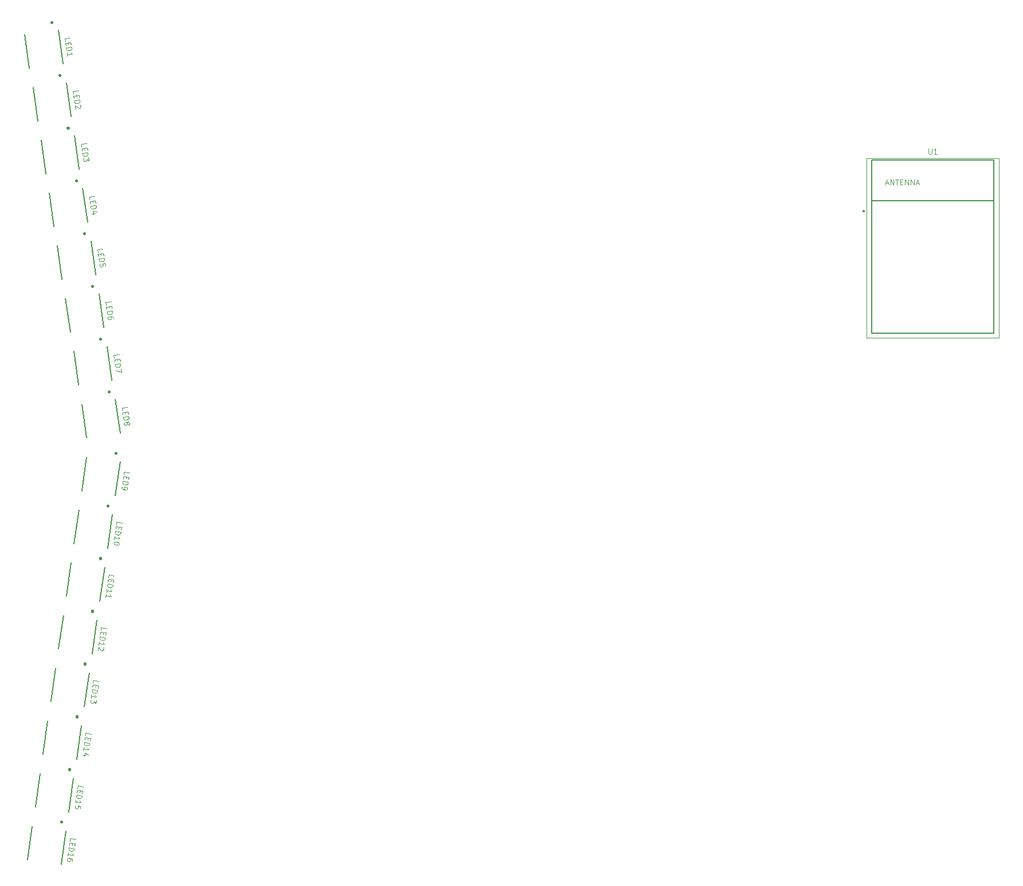
<source format=gbr>
%TF.GenerationSoftware,Flux,Pcbnew,7.0.11-7.0.11~ubuntu20.04.1*%
%TF.CreationDate,2024-08-17T04:37:03+00:00*%
%TF.ProjectId,input,696e7075-742e-46b6-9963-61645f706362,rev?*%
%TF.SameCoordinates,Original*%
%TF.FileFunction,Legend,Top*%
%TF.FilePolarity,Positive*%
%FSLAX46Y46*%
G04 Gerber Fmt 4.6, Leading zero omitted, Abs format (unit mm)*
G04 Filename: pcbrobot*
G04 Build it with Flux! Visit our site at: https://www.flux.ai (PCBNEW 7.0.11-7.0.11~ubuntu20.04.1) date 2024-08-17 04:37:03*
%MOMM*%
%LPD*%
G01*
G04 APERTURE LIST*
%ADD10C,0.095000*%
%ADD11C,0.400000*%
%ADD12C,0.127000*%
%ADD13C,0.200000*%
%ADD14C,0.050000*%
G04 APERTURE END LIST*
D10*
X20561376Y-112778310D02*
X20614395Y-112401065D01*
X20614395Y-112401065D02*
X21406609Y-112512404D01*
X20939233Y-113100702D02*
X20902120Y-113364773D01*
X20471245Y-113419626D02*
X20524263Y-113042382D01*
X20524263Y-113042382D02*
X21316478Y-113153720D01*
X21316478Y-113153720D02*
X21263460Y-113530965D01*
X20423529Y-113759147D02*
X21215743Y-113870486D01*
X21215743Y-113870486D02*
X21189234Y-114059108D01*
X21189234Y-114059108D02*
X21135604Y-114166980D01*
X21135604Y-114166980D02*
X21049551Y-114231825D01*
X21049551Y-114231825D02*
X20968800Y-114258946D01*
X20968800Y-114258946D02*
X20812601Y-114275463D01*
X20812601Y-114275463D02*
X20699427Y-114259558D01*
X20699427Y-114259558D02*
X20553831Y-114200626D01*
X20553831Y-114200626D02*
X20483684Y-114152298D01*
X20483684Y-114152298D02*
X20418838Y-114066245D01*
X20418838Y-114066245D02*
X20397019Y-113947770D01*
X20397019Y-113947770D02*
X20423529Y-113759147D01*
X20253870Y-114966331D02*
X20317492Y-114513637D01*
X20285681Y-114739984D02*
X21077895Y-114851323D01*
X21077895Y-114851323D02*
X20975326Y-114759968D01*
X20975326Y-114759968D02*
X20910480Y-114673916D01*
X20910480Y-114673916D02*
X20883359Y-114593165D01*
X20686580Y-115719598D02*
X20158437Y-115645373D01*
X21014885Y-115573390D02*
X20475527Y-115305240D01*
X20475527Y-115305240D02*
X20406603Y-115795659D01*
X23998976Y-89422410D02*
X24051995Y-89045165D01*
X24051995Y-89045165D02*
X24844209Y-89156504D01*
X24376833Y-89744802D02*
X24339720Y-90008873D01*
X23908845Y-90063726D02*
X23961863Y-89686482D01*
X23961863Y-89686482D02*
X24754078Y-89797820D01*
X24754078Y-89797820D02*
X24701060Y-90175065D01*
X23861129Y-90403247D02*
X24653343Y-90514586D01*
X24653343Y-90514586D02*
X24626834Y-90703208D01*
X24626834Y-90703208D02*
X24573204Y-90811080D01*
X24573204Y-90811080D02*
X24487151Y-90875925D01*
X24487151Y-90875925D02*
X24406400Y-90903046D01*
X24406400Y-90903046D02*
X24250201Y-90919563D01*
X24250201Y-90919563D02*
X24137027Y-90903658D01*
X24137027Y-90903658D02*
X23991431Y-90844726D01*
X23991431Y-90844726D02*
X23921284Y-90796398D01*
X23921284Y-90796398D02*
X23856438Y-90710345D01*
X23856438Y-90710345D02*
X23834619Y-90591870D01*
X23834619Y-90591870D02*
X23861129Y-90403247D01*
X23691470Y-91610431D02*
X23755092Y-91157737D01*
X23723281Y-91384084D02*
X24515495Y-91495423D01*
X24515495Y-91495423D02*
X24412926Y-91404068D01*
X24412926Y-91404068D02*
X24348080Y-91318016D01*
X24348080Y-91318016D02*
X24320959Y-91237265D01*
X23585433Y-92364922D02*
X23649055Y-91912228D01*
X23617244Y-92138575D02*
X24409459Y-92249913D01*
X24409459Y-92249913D02*
X24306889Y-92158559D01*
X24306889Y-92158559D02*
X24242044Y-92072506D01*
X24242044Y-92072506D02*
X24214923Y-91991755D01*
X26037283Y-64783879D02*
X25984264Y-64406634D01*
X25984264Y-64406634D02*
X26776479Y-64295296D01*
X26489365Y-64989631D02*
X26526478Y-65253702D01*
X26127414Y-65425196D02*
X26074396Y-65047951D01*
X26074396Y-65047951D02*
X26866610Y-64936612D01*
X26866610Y-64936612D02*
X26919628Y-65313857D01*
X26175131Y-65764717D02*
X26967345Y-65653378D01*
X26967345Y-65653378D02*
X26993854Y-65842001D01*
X26993854Y-65842001D02*
X26972035Y-65960476D01*
X26972035Y-65960476D02*
X26907190Y-66046529D01*
X26907190Y-66046529D02*
X26837043Y-66094857D01*
X26837043Y-66094857D02*
X26691446Y-66153789D01*
X26691446Y-66153789D02*
X26578273Y-66169694D01*
X26578273Y-66169694D02*
X26422073Y-66153177D01*
X26422073Y-66153177D02*
X26341322Y-66126056D01*
X26341322Y-66126056D02*
X26255270Y-66061211D01*
X26255270Y-66061211D02*
X26201640Y-65953339D01*
X26201640Y-65953339D02*
X26175131Y-65764717D01*
X26755068Y-66606483D02*
X26782189Y-66525732D01*
X26782189Y-66525732D02*
X26814612Y-66482705D01*
X26814612Y-66482705D02*
X26884759Y-66434377D01*
X26884759Y-66434377D02*
X26922484Y-66429075D01*
X26922484Y-66429075D02*
X27003234Y-66456196D01*
X27003234Y-66456196D02*
X27046261Y-66488619D01*
X27046261Y-66488619D02*
X27094589Y-66558766D01*
X27094589Y-66558766D02*
X27115796Y-66709664D01*
X27115796Y-66709664D02*
X27088675Y-66790415D01*
X27088675Y-66790415D02*
X27056253Y-66833441D01*
X27056253Y-66833441D02*
X26986106Y-66881769D01*
X26986106Y-66881769D02*
X26948381Y-66887071D01*
X26948381Y-66887071D02*
X26867630Y-66859950D01*
X26867630Y-66859950D02*
X26824604Y-66827528D01*
X26824604Y-66827528D02*
X26776276Y-66757381D01*
X26776276Y-66757381D02*
X26755068Y-66606483D01*
X26755068Y-66606483D02*
X26706740Y-66536335D01*
X26706740Y-66536335D02*
X26663714Y-66503913D01*
X26663714Y-66503913D02*
X26582963Y-66476792D01*
X26582963Y-66476792D02*
X26432065Y-66497999D01*
X26432065Y-66497999D02*
X26361918Y-66546327D01*
X26361918Y-66546327D02*
X26329495Y-66589354D01*
X26329495Y-66589354D02*
X26302374Y-66670105D01*
X26302374Y-66670105D02*
X26323582Y-66821003D01*
X26323582Y-66821003D02*
X26371910Y-66891150D01*
X26371910Y-66891150D02*
X26414936Y-66923572D01*
X26414936Y-66923572D02*
X26495687Y-66950693D01*
X26495687Y-66950693D02*
X26646585Y-66929486D01*
X26646585Y-66929486D02*
X26716732Y-66881158D01*
X26716732Y-66881158D02*
X26749155Y-66838131D01*
X26749155Y-66838131D02*
X26776276Y-66757381D01*
X25144876Y-81637210D02*
X25197895Y-81259965D01*
X25197895Y-81259965D02*
X25990109Y-81371304D01*
X25522733Y-81959602D02*
X25485620Y-82223673D01*
X25054745Y-82278526D02*
X25107763Y-81901282D01*
X25107763Y-81901282D02*
X25899978Y-82012620D01*
X25899978Y-82012620D02*
X25846960Y-82389865D01*
X25007029Y-82618047D02*
X25799243Y-82729386D01*
X25799243Y-82729386D02*
X25772734Y-82918008D01*
X25772734Y-82918008D02*
X25719104Y-83025880D01*
X25719104Y-83025880D02*
X25633051Y-83090725D01*
X25633051Y-83090725D02*
X25552300Y-83117846D01*
X25552300Y-83117846D02*
X25396101Y-83134363D01*
X25396101Y-83134363D02*
X25282927Y-83118458D01*
X25282927Y-83118458D02*
X25137331Y-83059526D01*
X25137331Y-83059526D02*
X25067184Y-83011198D01*
X25067184Y-83011198D02*
X25002338Y-82925145D01*
X25002338Y-82925145D02*
X24980519Y-82806670D01*
X24980519Y-82806670D02*
X25007029Y-82618047D01*
X24837370Y-83825231D02*
X24900992Y-83372537D01*
X24869181Y-83598884D02*
X25661395Y-83710223D01*
X25661395Y-83710223D02*
X25558826Y-83618868D01*
X25558826Y-83618868D02*
X25493980Y-83532816D01*
X25493980Y-83532816D02*
X25466859Y-83452065D01*
X25560661Y-84426989D02*
X25550057Y-84502438D01*
X25550057Y-84502438D02*
X25501729Y-84572585D01*
X25501729Y-84572585D02*
X25458702Y-84605007D01*
X25458702Y-84605007D02*
X25377952Y-84632128D01*
X25377952Y-84632128D02*
X25221752Y-84648645D01*
X25221752Y-84648645D02*
X25033129Y-84622136D01*
X25033129Y-84622136D02*
X24887533Y-84563204D01*
X24887533Y-84563204D02*
X24817386Y-84514876D01*
X24817386Y-84514876D02*
X24784963Y-84471850D01*
X24784963Y-84471850D02*
X24757842Y-84391099D01*
X24757842Y-84391099D02*
X24768446Y-84315650D01*
X24768446Y-84315650D02*
X24816774Y-84245503D01*
X24816774Y-84245503D02*
X24859801Y-84213080D01*
X24859801Y-84213080D02*
X24940551Y-84185959D01*
X24940551Y-84185959D02*
X25096751Y-84169442D01*
X25096751Y-84169442D02*
X25285374Y-84195951D01*
X25285374Y-84195951D02*
X25430970Y-84254883D01*
X25430970Y-84254883D02*
X25501117Y-84303211D01*
X25501117Y-84303211D02*
X25533540Y-84346238D01*
X25533540Y-84346238D02*
X25560661Y-84426989D01*
X23625883Y-49202279D02*
X23572864Y-48825034D01*
X23572864Y-48825034D02*
X24365079Y-48713696D01*
X24077965Y-49408031D02*
X24115078Y-49672102D01*
X23716014Y-49843596D02*
X23662996Y-49466351D01*
X23662996Y-49466351D02*
X24455210Y-49355012D01*
X24455210Y-49355012D02*
X24508228Y-49732257D01*
X23763731Y-50183117D02*
X24555945Y-50071778D01*
X24555945Y-50071778D02*
X24582454Y-50260401D01*
X24582454Y-50260401D02*
X24560635Y-50378876D01*
X24560635Y-50378876D02*
X24495790Y-50464929D01*
X24495790Y-50464929D02*
X24425643Y-50513257D01*
X24425643Y-50513257D02*
X24280046Y-50572189D01*
X24280046Y-50572189D02*
X24166873Y-50588094D01*
X24166873Y-50588094D02*
X24010673Y-50571577D01*
X24010673Y-50571577D02*
X23929922Y-50544456D01*
X23929922Y-50544456D02*
X23843870Y-50479611D01*
X23843870Y-50479611D02*
X23790240Y-50371739D01*
X23790240Y-50371739D02*
X23763731Y-50183117D01*
X24715000Y-51203513D02*
X24693793Y-51052615D01*
X24693793Y-51052615D02*
X24645464Y-50982468D01*
X24645464Y-50982468D02*
X24602438Y-50950045D01*
X24602438Y-50950045D02*
X24478661Y-50890502D01*
X24478661Y-50890502D02*
X24322461Y-50873985D01*
X24322461Y-50873985D02*
X24020665Y-50916399D01*
X24020665Y-50916399D02*
X23950518Y-50964727D01*
X23950518Y-50964727D02*
X23918095Y-51007754D01*
X23918095Y-51007754D02*
X23890974Y-51088505D01*
X23890974Y-51088505D02*
X23912182Y-51239403D01*
X23912182Y-51239403D02*
X23960510Y-51309550D01*
X23960510Y-51309550D02*
X24003536Y-51341972D01*
X24003536Y-51341972D02*
X24084287Y-51369093D01*
X24084287Y-51369093D02*
X24272910Y-51342584D01*
X24272910Y-51342584D02*
X24343057Y-51294256D01*
X24343057Y-51294256D02*
X24375479Y-51251230D01*
X24375479Y-51251230D02*
X24402600Y-51170479D01*
X24402600Y-51170479D02*
X24381393Y-51019581D01*
X24381393Y-51019581D02*
X24333065Y-50949434D01*
X24333065Y-50949434D02*
X24290038Y-50917011D01*
X24290038Y-50917011D02*
X24209288Y-50889890D01*
X138801457Y-31219783D02*
X139182410Y-31219783D01*
X138725267Y-31448355D02*
X138991934Y-30648355D01*
X138991934Y-30648355D02*
X139258600Y-31448355D01*
X139525267Y-31448355D02*
X139525267Y-30648355D01*
X139525267Y-30648355D02*
X139982410Y-31448355D01*
X139982410Y-31448355D02*
X139982410Y-30648355D01*
X140249076Y-30648355D02*
X140706219Y-30648355D01*
X140477647Y-31448355D02*
X140477647Y-30648355D01*
X140972886Y-31029307D02*
X141239552Y-31029307D01*
X141353838Y-31448355D02*
X140972886Y-31448355D01*
X140972886Y-31448355D02*
X140972886Y-30648355D01*
X140972886Y-30648355D02*
X141353838Y-30648355D01*
X141696696Y-31448355D02*
X141696696Y-30648355D01*
X141696696Y-30648355D02*
X142153839Y-31448355D01*
X142153839Y-31448355D02*
X142153839Y-30648355D01*
X142534791Y-31448355D02*
X142534791Y-30648355D01*
X142534791Y-30648355D02*
X142991934Y-31448355D01*
X142991934Y-31448355D02*
X142991934Y-30648355D01*
X143334790Y-31219783D02*
X143715743Y-31219783D01*
X143258600Y-31448355D02*
X143525267Y-30648355D01*
X143525267Y-30648355D02*
X143791933Y-31448355D01*
X145149076Y-26123355D02*
X145149076Y-26770974D01*
X145149076Y-26770974D02*
X145187171Y-26847164D01*
X145187171Y-26847164D02*
X145225266Y-26885260D01*
X145225266Y-26885260D02*
X145301457Y-26923355D01*
X145301457Y-26923355D02*
X145453838Y-26923355D01*
X145453838Y-26923355D02*
X145530028Y-26885260D01*
X145530028Y-26885260D02*
X145568123Y-26847164D01*
X145568123Y-26847164D02*
X145606219Y-26770974D01*
X145606219Y-26770974D02*
X145606219Y-26123355D01*
X146406218Y-26923355D02*
X145949075Y-26923355D01*
X146177647Y-26923355D02*
X146177647Y-26123355D01*
X146177647Y-26123355D02*
X146101456Y-26237640D01*
X146101456Y-26237640D02*
X146025266Y-26313831D01*
X146025266Y-26313831D02*
X145949075Y-26351926D01*
X18269576Y-128348810D02*
X18322595Y-127971565D01*
X18322595Y-127971565D02*
X19114809Y-128082904D01*
X18647433Y-128671202D02*
X18610320Y-128935273D01*
X18179445Y-128990126D02*
X18232463Y-128612882D01*
X18232463Y-128612882D02*
X19024678Y-128724220D01*
X19024678Y-128724220D02*
X18971660Y-129101465D01*
X18131729Y-129329647D02*
X18923943Y-129440986D01*
X18923943Y-129440986D02*
X18897434Y-129629608D01*
X18897434Y-129629608D02*
X18843804Y-129737480D01*
X18843804Y-129737480D02*
X18757751Y-129802325D01*
X18757751Y-129802325D02*
X18677000Y-129829446D01*
X18677000Y-129829446D02*
X18520801Y-129845963D01*
X18520801Y-129845963D02*
X18407627Y-129830058D01*
X18407627Y-129830058D02*
X18262031Y-129771126D01*
X18262031Y-129771126D02*
X18191884Y-129722798D01*
X18191884Y-129722798D02*
X18127038Y-129636745D01*
X18127038Y-129636745D02*
X18105219Y-129518270D01*
X18105219Y-129518270D02*
X18131729Y-129329647D01*
X17962070Y-130536831D02*
X18025692Y-130084137D01*
X17993881Y-130310484D02*
X18786095Y-130421823D01*
X18786095Y-130421823D02*
X18683526Y-130330468D01*
X18683526Y-130330468D02*
X18618680Y-130244416D01*
X18618680Y-130244416D02*
X18591559Y-130163665D01*
X18658851Y-131327211D02*
X18680059Y-131176313D01*
X18680059Y-131176313D02*
X18652938Y-131095562D01*
X18652938Y-131095562D02*
X18620515Y-131052536D01*
X18620515Y-131052536D02*
X18517945Y-130961181D01*
X18517945Y-130961181D02*
X18372349Y-130902250D01*
X18372349Y-130902250D02*
X18070553Y-130859835D01*
X18070553Y-130859835D02*
X17989802Y-130886956D01*
X17989802Y-130886956D02*
X17946776Y-130919378D01*
X17946776Y-130919378D02*
X17898448Y-130989526D01*
X17898448Y-130989526D02*
X17877241Y-131140424D01*
X17877241Y-131140424D02*
X17904361Y-131221174D01*
X17904361Y-131221174D02*
X17936784Y-131264201D01*
X17936784Y-131264201D02*
X18006931Y-131312529D01*
X18006931Y-131312529D02*
X18195554Y-131339038D01*
X18195554Y-131339038D02*
X18276305Y-131311917D01*
X18276305Y-131311917D02*
X18319331Y-131279495D01*
X18319331Y-131279495D02*
X18367659Y-131209347D01*
X18367659Y-131209347D02*
X18388866Y-131058449D01*
X18388866Y-131058449D02*
X18361746Y-130977699D01*
X18361746Y-130977699D02*
X18329323Y-130934672D01*
X18329323Y-130934672D02*
X18259176Y-130886344D01*
X21214583Y-33620679D02*
X21161564Y-33243434D01*
X21161564Y-33243434D02*
X21953779Y-33132096D01*
X21666665Y-33826431D02*
X21703778Y-34090502D01*
X21304714Y-34261996D02*
X21251696Y-33884751D01*
X21251696Y-33884751D02*
X22043910Y-33773412D01*
X22043910Y-33773412D02*
X22096928Y-34150657D01*
X21352431Y-34601517D02*
X22144645Y-34490178D01*
X22144645Y-34490178D02*
X22171154Y-34678801D01*
X22171154Y-34678801D02*
X22149335Y-34797276D01*
X22149335Y-34797276D02*
X22084490Y-34883329D01*
X22084490Y-34883329D02*
X22014343Y-34931657D01*
X22014343Y-34931657D02*
X21868746Y-34990589D01*
X21868746Y-34990589D02*
X21755573Y-35006494D01*
X21755573Y-35006494D02*
X21599373Y-34989977D01*
X21599373Y-34989977D02*
X21518622Y-34962856D01*
X21518622Y-34962856D02*
X21432570Y-34898011D01*
X21432570Y-34898011D02*
X21378940Y-34790139D01*
X21378940Y-34790139D02*
X21352431Y-34601517D01*
X22039628Y-35659026D02*
X21511485Y-35733252D01*
X22314915Y-35427989D02*
X21722539Y-35318894D01*
X21722539Y-35318894D02*
X21791462Y-35809312D01*
X24831583Y-56993079D02*
X24778564Y-56615834D01*
X24778564Y-56615834D02*
X25570779Y-56504496D01*
X25283665Y-57198831D02*
X25320778Y-57462902D01*
X24921714Y-57634396D02*
X24868696Y-57257151D01*
X24868696Y-57257151D02*
X25660910Y-57145812D01*
X25660910Y-57145812D02*
X25713928Y-57523057D01*
X24969431Y-57973917D02*
X25761645Y-57862578D01*
X25761645Y-57862578D02*
X25788154Y-58051201D01*
X25788154Y-58051201D02*
X25766335Y-58169676D01*
X25766335Y-58169676D02*
X25701490Y-58255729D01*
X25701490Y-58255729D02*
X25631343Y-58304057D01*
X25631343Y-58304057D02*
X25485746Y-58362989D01*
X25485746Y-58362989D02*
X25372573Y-58378894D01*
X25372573Y-58378894D02*
X25216373Y-58362377D01*
X25216373Y-58362377D02*
X25135622Y-58335256D01*
X25135622Y-58335256D02*
X25049570Y-58270411D01*
X25049570Y-58270411D02*
X24995940Y-58162539D01*
X24995940Y-58162539D02*
X24969431Y-57973917D01*
X25862380Y-58579344D02*
X25936605Y-59107487D01*
X25936605Y-59107487D02*
X25096674Y-58879305D01*
X22853076Y-97207710D02*
X22906095Y-96830465D01*
X22906095Y-96830465D02*
X23698309Y-96941804D01*
X23230933Y-97530102D02*
X23193820Y-97794173D01*
X22762945Y-97849026D02*
X22815963Y-97471782D01*
X22815963Y-97471782D02*
X23608178Y-97583120D01*
X23608178Y-97583120D02*
X23555160Y-97960365D01*
X22715229Y-98188547D02*
X23507443Y-98299886D01*
X23507443Y-98299886D02*
X23480934Y-98488508D01*
X23480934Y-98488508D02*
X23427304Y-98596380D01*
X23427304Y-98596380D02*
X23341251Y-98661225D01*
X23341251Y-98661225D02*
X23260500Y-98688346D01*
X23260500Y-98688346D02*
X23104301Y-98704863D01*
X23104301Y-98704863D02*
X22991127Y-98688958D01*
X22991127Y-98688958D02*
X22845531Y-98630026D01*
X22845531Y-98630026D02*
X22775384Y-98581698D01*
X22775384Y-98581698D02*
X22710538Y-98495645D01*
X22710538Y-98495645D02*
X22688719Y-98377170D01*
X22688719Y-98377170D02*
X22715229Y-98188547D01*
X22545570Y-99395731D02*
X22609192Y-98943037D01*
X22577381Y-99169384D02*
X23369595Y-99280723D01*
X23369595Y-99280723D02*
X23267026Y-99189368D01*
X23267026Y-99189368D02*
X23202180Y-99103316D01*
X23202180Y-99103316D02*
X23175059Y-99022565D01*
X23219921Y-99798262D02*
X23252343Y-99841289D01*
X23252343Y-99841289D02*
X23279464Y-99922040D01*
X23279464Y-99922040D02*
X23252955Y-100110662D01*
X23252955Y-100110662D02*
X23204627Y-100180809D01*
X23204627Y-100180809D02*
X23161601Y-100213232D01*
X23161601Y-100213232D02*
X23080850Y-100240353D01*
X23080850Y-100240353D02*
X23005401Y-100229749D01*
X23005401Y-100229749D02*
X22897529Y-100176119D01*
X22897529Y-100176119D02*
X22508457Y-99659803D01*
X22508457Y-99659803D02*
X22439533Y-100150222D01*
X17597483Y-10248279D02*
X17544464Y-9871034D01*
X17544464Y-9871034D02*
X18336679Y-9759696D01*
X18049565Y-10454031D02*
X18086678Y-10718102D01*
X17687614Y-10889596D02*
X17634596Y-10512351D01*
X17634596Y-10512351D02*
X18426810Y-10401012D01*
X18426810Y-10401012D02*
X18479828Y-10778257D01*
X17735331Y-11229117D02*
X18527545Y-11117778D01*
X18527545Y-11117778D02*
X18554054Y-11306401D01*
X18554054Y-11306401D02*
X18532235Y-11424876D01*
X18532235Y-11424876D02*
X18467390Y-11510929D01*
X18467390Y-11510929D02*
X18397243Y-11559257D01*
X18397243Y-11559257D02*
X18251646Y-11618189D01*
X18251646Y-11618189D02*
X18138473Y-11634094D01*
X18138473Y-11634094D02*
X17982273Y-11617577D01*
X17982273Y-11617577D02*
X17901522Y-11590456D01*
X17901522Y-11590456D02*
X17815470Y-11525611D01*
X17815470Y-11525611D02*
X17761840Y-11417739D01*
X17761840Y-11417739D02*
X17735331Y-11229117D01*
X17904989Y-12436301D02*
X17841367Y-11983607D01*
X17873178Y-12209954D02*
X18665393Y-12098615D01*
X18665393Y-12098615D02*
X18541615Y-12039072D01*
X18541615Y-12039072D02*
X18455563Y-11974226D01*
X18455563Y-11974226D02*
X18407235Y-11904079D01*
X18803183Y-18039079D02*
X18750164Y-17661834D01*
X18750164Y-17661834D02*
X19542379Y-17550496D01*
X19255265Y-18244831D02*
X19292378Y-18508902D01*
X18893314Y-18680396D02*
X18840296Y-18303151D01*
X18840296Y-18303151D02*
X19632510Y-18191812D01*
X19632510Y-18191812D02*
X19685528Y-18569057D01*
X18941031Y-19019917D02*
X19733245Y-18908578D01*
X19733245Y-18908578D02*
X19759754Y-19097201D01*
X19759754Y-19097201D02*
X19737935Y-19215676D01*
X19737935Y-19215676D02*
X19673090Y-19301729D01*
X19673090Y-19301729D02*
X19602943Y-19350057D01*
X19602943Y-19350057D02*
X19457346Y-19408989D01*
X19457346Y-19408989D02*
X19344173Y-19424894D01*
X19344173Y-19424894D02*
X19187973Y-19408377D01*
X19187973Y-19408377D02*
X19107222Y-19381256D01*
X19107222Y-19381256D02*
X19021170Y-19316411D01*
X19021170Y-19316411D02*
X18967540Y-19208539D01*
X18967540Y-19208539D02*
X18941031Y-19019917D01*
X19763833Y-19673672D02*
X19806859Y-19706094D01*
X19806859Y-19706094D02*
X19855187Y-19776242D01*
X19855187Y-19776242D02*
X19881696Y-19964864D01*
X19881696Y-19964864D02*
X19854575Y-20045615D01*
X19854575Y-20045615D02*
X19822153Y-20088641D01*
X19822153Y-20088641D02*
X19752006Y-20136969D01*
X19752006Y-20136969D02*
X19676557Y-20147573D01*
X19676557Y-20147573D02*
X19558081Y-20125754D01*
X19558081Y-20125754D02*
X19041765Y-19736682D01*
X19041765Y-19736682D02*
X19110689Y-20227101D01*
X21707276Y-104993010D02*
X21760295Y-104615765D01*
X21760295Y-104615765D02*
X22552509Y-104727104D01*
X22085133Y-105315402D02*
X22048020Y-105579473D01*
X21617145Y-105634326D02*
X21670163Y-105257082D01*
X21670163Y-105257082D02*
X22462378Y-105368420D01*
X22462378Y-105368420D02*
X22409360Y-105745665D01*
X21569429Y-105973847D02*
X22361643Y-106085186D01*
X22361643Y-106085186D02*
X22335134Y-106273808D01*
X22335134Y-106273808D02*
X22281504Y-106381680D01*
X22281504Y-106381680D02*
X22195451Y-106446525D01*
X22195451Y-106446525D02*
X22114700Y-106473646D01*
X22114700Y-106473646D02*
X21958501Y-106490163D01*
X21958501Y-106490163D02*
X21845327Y-106474258D01*
X21845327Y-106474258D02*
X21699731Y-106415326D01*
X21699731Y-106415326D02*
X21629584Y-106366998D01*
X21629584Y-106366998D02*
X21564738Y-106280945D01*
X21564738Y-106280945D02*
X21542919Y-106162470D01*
X21542919Y-106162470D02*
X21569429Y-105973847D01*
X21399770Y-107181031D02*
X21463392Y-106728337D01*
X21431581Y-106954684D02*
X22223795Y-107066023D01*
X22223795Y-107066023D02*
X22121226Y-106974668D01*
X22121226Y-106974668D02*
X22056380Y-106888616D01*
X22056380Y-106888616D02*
X22029259Y-106807865D01*
X22154872Y-107556442D02*
X22085948Y-108046860D01*
X22085948Y-108046860D02*
X21821265Y-107740374D01*
X21821265Y-107740374D02*
X21805359Y-107853547D01*
X21805359Y-107853547D02*
X21757031Y-107923695D01*
X21757031Y-107923695D02*
X21714005Y-107956117D01*
X21714005Y-107956117D02*
X21633254Y-107983238D01*
X21633254Y-107983238D02*
X21444631Y-107956729D01*
X21444631Y-107956729D02*
X21374484Y-107908401D01*
X21374484Y-107908401D02*
X21342061Y-107865374D01*
X21342061Y-107865374D02*
X21314941Y-107784624D01*
X21314941Y-107784624D02*
X21346752Y-107558277D01*
X21346752Y-107558277D02*
X21395080Y-107488129D01*
X21395080Y-107488129D02*
X21438106Y-107455707D01*
X26237758Y-74229155D02*
X26290776Y-73851910D01*
X26290776Y-73851910D02*
X27082991Y-73963248D01*
X26615615Y-74551546D02*
X26578502Y-74815618D01*
X26147627Y-74870471D02*
X26200645Y-74493226D01*
X26200645Y-74493226D02*
X26992860Y-74604565D01*
X26992860Y-74604565D02*
X26939841Y-74981810D01*
X26099910Y-75209992D02*
X26892125Y-75321331D01*
X26892125Y-75321331D02*
X26865616Y-75509953D01*
X26865616Y-75509953D02*
X26811986Y-75617825D01*
X26811986Y-75617825D02*
X26725933Y-75682670D01*
X26725933Y-75682670D02*
X26645182Y-75709791D01*
X26645182Y-75709791D02*
X26488982Y-75726308D01*
X26488982Y-75726308D02*
X26375809Y-75710403D01*
X26375809Y-75710403D02*
X26230213Y-75651471D01*
X26230213Y-75651471D02*
X26160066Y-75603143D01*
X26160066Y-75603143D02*
X26095220Y-75517090D01*
X26095220Y-75517090D02*
X26073401Y-75398615D01*
X26073401Y-75398615D02*
X26099910Y-75209992D01*
X25983270Y-76039931D02*
X25962063Y-76190829D01*
X25962063Y-76190829D02*
X25989184Y-76271580D01*
X25989184Y-76271580D02*
X26021606Y-76314606D01*
X26021606Y-76314606D02*
X26124176Y-76405961D01*
X26124176Y-76405961D02*
X26269772Y-76464892D01*
X26269772Y-76464892D02*
X26571568Y-76507307D01*
X26571568Y-76507307D02*
X26652319Y-76480186D01*
X26652319Y-76480186D02*
X26695345Y-76447764D01*
X26695345Y-76447764D02*
X26743673Y-76377616D01*
X26743673Y-76377616D02*
X26764881Y-76226718D01*
X26764881Y-76226718D02*
X26737760Y-76145968D01*
X26737760Y-76145968D02*
X26705337Y-76102941D01*
X26705337Y-76102941D02*
X26635190Y-76054613D01*
X26635190Y-76054613D02*
X26446568Y-76028104D01*
X26446568Y-76028104D02*
X26365817Y-76055225D01*
X26365817Y-76055225D02*
X26322791Y-76087647D01*
X26322791Y-76087647D02*
X26274462Y-76157795D01*
X26274462Y-76157795D02*
X26253255Y-76308693D01*
X26253255Y-76308693D02*
X26280376Y-76389443D01*
X26280376Y-76389443D02*
X26312799Y-76432470D01*
X26312799Y-76432470D02*
X26382946Y-76480798D01*
X19415476Y-120563510D02*
X19468495Y-120186265D01*
X19468495Y-120186265D02*
X20260709Y-120297604D01*
X19793333Y-120885902D02*
X19756220Y-121149973D01*
X19325345Y-121204826D02*
X19378363Y-120827582D01*
X19378363Y-120827582D02*
X20170578Y-120938920D01*
X20170578Y-120938920D02*
X20117560Y-121316165D01*
X19277629Y-121544347D02*
X20069843Y-121655686D01*
X20069843Y-121655686D02*
X20043334Y-121844308D01*
X20043334Y-121844308D02*
X19989704Y-121952180D01*
X19989704Y-121952180D02*
X19903651Y-122017025D01*
X19903651Y-122017025D02*
X19822900Y-122044146D01*
X19822900Y-122044146D02*
X19666701Y-122060663D01*
X19666701Y-122060663D02*
X19553527Y-122044758D01*
X19553527Y-122044758D02*
X19407931Y-121985826D01*
X19407931Y-121985826D02*
X19337784Y-121937498D01*
X19337784Y-121937498D02*
X19272938Y-121851445D01*
X19272938Y-121851445D02*
X19251119Y-121732970D01*
X19251119Y-121732970D02*
X19277629Y-121544347D01*
X19107970Y-122751531D02*
X19171592Y-122298837D01*
X19139781Y-122525184D02*
X19931995Y-122636523D01*
X19931995Y-122636523D02*
X19829426Y-122545168D01*
X19829426Y-122545168D02*
X19764580Y-122459116D01*
X19764580Y-122459116D02*
X19737459Y-122378365D01*
X19799450Y-123579636D02*
X19852468Y-123202391D01*
X19852468Y-123202391D02*
X19480525Y-123111648D01*
X19480525Y-123111648D02*
X19512947Y-123154674D01*
X19512947Y-123154674D02*
X19540068Y-123235425D01*
X19540068Y-123235425D02*
X19513559Y-123424047D01*
X19513559Y-123424047D02*
X19465231Y-123494195D01*
X19465231Y-123494195D02*
X19422205Y-123526617D01*
X19422205Y-123526617D02*
X19341454Y-123553738D01*
X19341454Y-123553738D02*
X19152831Y-123527229D01*
X19152831Y-123527229D02*
X19082684Y-123478901D01*
X19082684Y-123478901D02*
X19050261Y-123435874D01*
X19050261Y-123435874D02*
X19023141Y-123355124D01*
X19023141Y-123355124D02*
X19049650Y-123166501D01*
X19049650Y-123166501D02*
X19097978Y-123096354D01*
X19097978Y-123096354D02*
X19141004Y-123063931D01*
X22420183Y-41411479D02*
X22367164Y-41034234D01*
X22367164Y-41034234D02*
X23159379Y-40922896D01*
X22872265Y-41617231D02*
X22909378Y-41881302D01*
X22510314Y-42052796D02*
X22457296Y-41675551D01*
X22457296Y-41675551D02*
X23249510Y-41564212D01*
X23249510Y-41564212D02*
X23302528Y-41941457D01*
X22558031Y-42392317D02*
X23350245Y-42280978D01*
X23350245Y-42280978D02*
X23376754Y-42469601D01*
X23376754Y-42469601D02*
X23354935Y-42588076D01*
X23354935Y-42588076D02*
X23290090Y-42674129D01*
X23290090Y-42674129D02*
X23219943Y-42722457D01*
X23219943Y-42722457D02*
X23074346Y-42781389D01*
X23074346Y-42781389D02*
X22961173Y-42797294D01*
X22961173Y-42797294D02*
X22804973Y-42780777D01*
X22804973Y-42780777D02*
X22724222Y-42753656D01*
X22724222Y-42753656D02*
X22638170Y-42688811D01*
X22638170Y-42688811D02*
X22584540Y-42580939D01*
X22584540Y-42580939D02*
X22558031Y-42392317D01*
X23514602Y-43450438D02*
X23461583Y-43073193D01*
X23461583Y-43073193D02*
X23079037Y-43088486D01*
X23079037Y-43088486D02*
X23122063Y-43120909D01*
X23122063Y-43120909D02*
X23170391Y-43191056D01*
X23170391Y-43191056D02*
X23196900Y-43379679D01*
X23196900Y-43379679D02*
X23169779Y-43460430D01*
X23169779Y-43460430D02*
X23137357Y-43503456D01*
X23137357Y-43503456D02*
X23067210Y-43551784D01*
X23067210Y-43551784D02*
X22878587Y-43578293D01*
X22878587Y-43578293D02*
X22797836Y-43551172D01*
X22797836Y-43551172D02*
X22754810Y-43518750D01*
X22754810Y-43518750D02*
X22706482Y-43448603D01*
X22706482Y-43448603D02*
X22679973Y-43259980D01*
X22679973Y-43259980D02*
X22707094Y-43179229D01*
X22707094Y-43179229D02*
X22739516Y-43136203D01*
X20008883Y-25829879D02*
X19955864Y-25452634D01*
X19955864Y-25452634D02*
X20748079Y-25341296D01*
X20460965Y-26035631D02*
X20498078Y-26299702D01*
X20099014Y-26471196D02*
X20045996Y-26093951D01*
X20045996Y-26093951D02*
X20838210Y-25982612D01*
X20838210Y-25982612D02*
X20891228Y-26359857D01*
X20146731Y-26810717D02*
X20938945Y-26699378D01*
X20938945Y-26699378D02*
X20965454Y-26888001D01*
X20965454Y-26888001D02*
X20943635Y-27006476D01*
X20943635Y-27006476D02*
X20878790Y-27092529D01*
X20878790Y-27092529D02*
X20808643Y-27140857D01*
X20808643Y-27140857D02*
X20663046Y-27199789D01*
X20663046Y-27199789D02*
X20549873Y-27215694D01*
X20549873Y-27215694D02*
X20393673Y-27199177D01*
X20393673Y-27199177D02*
X20312922Y-27172056D01*
X20312922Y-27172056D02*
X20226870Y-27107211D01*
X20226870Y-27107211D02*
X20173240Y-26999339D01*
X20173240Y-26999339D02*
X20146731Y-26810717D01*
X21039680Y-27416144D02*
X21108604Y-27906562D01*
X21108604Y-27906562D02*
X20769695Y-27684905D01*
X20769695Y-27684905D02*
X20785600Y-27798079D01*
X20785600Y-27798079D02*
X20758479Y-27878830D01*
X20758479Y-27878830D02*
X20726057Y-27921856D01*
X20726057Y-27921856D02*
X20655910Y-27970184D01*
X20655910Y-27970184D02*
X20467287Y-27996693D01*
X20467287Y-27996693D02*
X20386536Y-27969572D01*
X20386536Y-27969572D02*
X20343510Y-27937150D01*
X20343510Y-27937150D02*
X20295182Y-27867003D01*
X20295182Y-27867003D02*
X20263371Y-27640656D01*
X20263371Y-27640656D02*
X20290492Y-27559905D01*
X20290492Y-27559905D02*
X20322914Y-27516878D01*
D11*
%TO.C,*%
X19340189Y-109972230D02*
X19342972Y-109952425D01*
D12*
X14346491Y-115541430D02*
X15042370Y-110590091D01*
X19297830Y-116237309D02*
X19993709Y-111285970D01*
D11*
X22777789Y-86616330D02*
X22780572Y-86596525D01*
D12*
X17784091Y-92185530D02*
X18479970Y-87234191D01*
X22735430Y-92881409D02*
X23431309Y-87930070D01*
D11*
X24036897Y-62045881D02*
X24034114Y-62026076D01*
D12*
X20771776Y-68775813D02*
X20075887Y-63824476D01*
X25723113Y-68079924D02*
X25027224Y-63128587D01*
D11*
X23923689Y-78831130D02*
X23926472Y-78811325D01*
D12*
X18929991Y-84400330D02*
X19625870Y-79448991D01*
X23881330Y-85096209D02*
X24577209Y-80144870D01*
D11*
X21625497Y-46464281D02*
X21622714Y-46444476D01*
D12*
X18360376Y-53194213D02*
X17664487Y-48242876D01*
X23311713Y-52498324D02*
X22615824Y-47546987D01*
D13*
X135658600Y-35323200D02*
X135655193Y-35349082D01*
X135655193Y-35349082D02*
X135645203Y-35373200D01*
X135645203Y-35373200D02*
X135629311Y-35393911D01*
X135629311Y-35393911D02*
X135608600Y-35409803D01*
X135608600Y-35409803D02*
X135584482Y-35419793D01*
X135584482Y-35419793D02*
X135558600Y-35423200D01*
X135558600Y-35423200D02*
X135532718Y-35419793D01*
X135532718Y-35419793D02*
X135508600Y-35409803D01*
X135508600Y-35409803D02*
X135487889Y-35393911D01*
X135487889Y-35393911D02*
X135471997Y-35373200D01*
X135471997Y-35373200D02*
X135462007Y-35349082D01*
X135462007Y-35349082D02*
X135458600Y-35323200D01*
X135458600Y-35323200D02*
X135462007Y-35297318D01*
X135462007Y-35297318D02*
X135471997Y-35273200D01*
X135471997Y-35273200D02*
X135487889Y-35252489D01*
X135487889Y-35252489D02*
X135508600Y-35236597D01*
X135508600Y-35236597D02*
X135532718Y-35226607D01*
X135532718Y-35226607D02*
X135558600Y-35223200D01*
X135558600Y-35223200D02*
X135584482Y-35226607D01*
X135584482Y-35226607D02*
X135608600Y-35236597D01*
X135608600Y-35236597D02*
X135629311Y-35252489D01*
X135629311Y-35252489D02*
X135645203Y-35273200D01*
X135645203Y-35273200D02*
X135655193Y-35297318D01*
X135655193Y-35297318D02*
X135658600Y-35323200D01*
D12*
X136758600Y-33833200D02*
X154758600Y-33833200D01*
X136758600Y-33833200D02*
X136758600Y-27833200D01*
X136758600Y-53333200D02*
X136758600Y-33833200D01*
X154758600Y-53333200D02*
X136758600Y-53333200D01*
X154758600Y-33833200D02*
X154758600Y-53333200D01*
X154758600Y-27833200D02*
X154758600Y-33833200D01*
X136758600Y-27833200D02*
X154758600Y-27833200D01*
D13*
X135658600Y-35323200D02*
X135655193Y-35349082D01*
X135655193Y-35349082D02*
X135645203Y-35373200D01*
X135645203Y-35373200D02*
X135629311Y-35393911D01*
X135629311Y-35393911D02*
X135608600Y-35409803D01*
X135608600Y-35409803D02*
X135584482Y-35419793D01*
X135584482Y-35419793D02*
X135558600Y-35423200D01*
X135558600Y-35423200D02*
X135532718Y-35419793D01*
X135532718Y-35419793D02*
X135508600Y-35409803D01*
X135508600Y-35409803D02*
X135487889Y-35393911D01*
X135487889Y-35393911D02*
X135471997Y-35373200D01*
X135471997Y-35373200D02*
X135462007Y-35349082D01*
X135462007Y-35349082D02*
X135458600Y-35323200D01*
X135458600Y-35323200D02*
X135462007Y-35297318D01*
X135462007Y-35297318D02*
X135471997Y-35273200D01*
X135471997Y-35273200D02*
X135487889Y-35252489D01*
X135487889Y-35252489D02*
X135508600Y-35236597D01*
X135508600Y-35236597D02*
X135532718Y-35226607D01*
X135532718Y-35226607D02*
X135558600Y-35223200D01*
X135558600Y-35223200D02*
X135584482Y-35226607D01*
X135584482Y-35226607D02*
X135608600Y-35236597D01*
X135608600Y-35236597D02*
X135629311Y-35252489D01*
X135629311Y-35252489D02*
X135645203Y-35273200D01*
X135645203Y-35273200D02*
X135655193Y-35297318D01*
X135655193Y-35297318D02*
X135658600Y-35323200D01*
D12*
X154758600Y-53333200D02*
X153513600Y-53333200D01*
X154758600Y-52603200D02*
X154758600Y-53333200D01*
X136758600Y-53333200D02*
X138003600Y-53333200D01*
X136758600Y-52603200D02*
X136758600Y-53333200D01*
X136758600Y-34553200D02*
X136758600Y-27833200D01*
X154758600Y-27833200D02*
X154758600Y-34553200D01*
X136758600Y-27833200D02*
X154758600Y-27833200D01*
D14*
X136008600Y-54083200D02*
X155508600Y-54083200D01*
X155508600Y-27583200D02*
X155508600Y-54083200D01*
X136008600Y-27583200D02*
X155508600Y-27583200D01*
X136008600Y-54083200D02*
X136008600Y-27583200D01*
D11*
X17048389Y-125542730D02*
X17051172Y-125522925D01*
D12*
X12054691Y-131111930D02*
X12750570Y-126160591D01*
X17006030Y-131807809D02*
X17701909Y-126856470D01*
D11*
X19214197Y-30882681D02*
X19211414Y-30862876D01*
D12*
X15949076Y-37612613D02*
X15253187Y-32661276D01*
X20900413Y-36916724D02*
X20204524Y-31965387D01*
D11*
X22831197Y-54255081D02*
X22828414Y-54235276D01*
D12*
X19566076Y-60985013D02*
X18870187Y-56033676D01*
X24517413Y-60289124D02*
X23821524Y-55337787D01*
D11*
X21631889Y-94401630D02*
X21634672Y-94381825D01*
D12*
X16638191Y-99970830D02*
X17334070Y-95019491D01*
X21589530Y-100666709D02*
X22285409Y-95715370D01*
D11*
X15597097Y-7510281D02*
X15594314Y-7490476D01*
D12*
X12331976Y-14240213D02*
X11636087Y-9288876D01*
X17283313Y-13544324D02*
X16587424Y-8592987D01*
D11*
X16802797Y-15301081D02*
X16800014Y-15281276D01*
D12*
X13537676Y-22031013D02*
X12841787Y-17079676D01*
X18489013Y-21335124D02*
X17793124Y-16383787D01*
D11*
X20486089Y-102186930D02*
X20488872Y-102167125D01*
D12*
X15492391Y-107756130D02*
X16188270Y-102804791D01*
X20443730Y-108452009D02*
X21139609Y-103500670D01*
D11*
X25069589Y-71045830D02*
X25072372Y-71026025D01*
D12*
X20075891Y-76615030D02*
X20771770Y-71663691D01*
X25027230Y-77310909D02*
X25723109Y-72359570D01*
D11*
X18194289Y-117757430D02*
X18197072Y-117737625D01*
D12*
X13200591Y-123326630D02*
X13896470Y-118375291D01*
X18151930Y-124022509D02*
X18847809Y-119071170D01*
D11*
X20419797Y-38673481D02*
X20417014Y-38653676D01*
D12*
X17154676Y-45403413D02*
X16458787Y-40452076D01*
X22106013Y-44707524D02*
X21410124Y-39756187D01*
D11*
X18008497Y-23091881D02*
X18005714Y-23072076D01*
D12*
X14743376Y-29821813D02*
X14047487Y-24870476D01*
X19694713Y-29125924D02*
X18998824Y-24174587D01*
%TD*%
M02*

</source>
